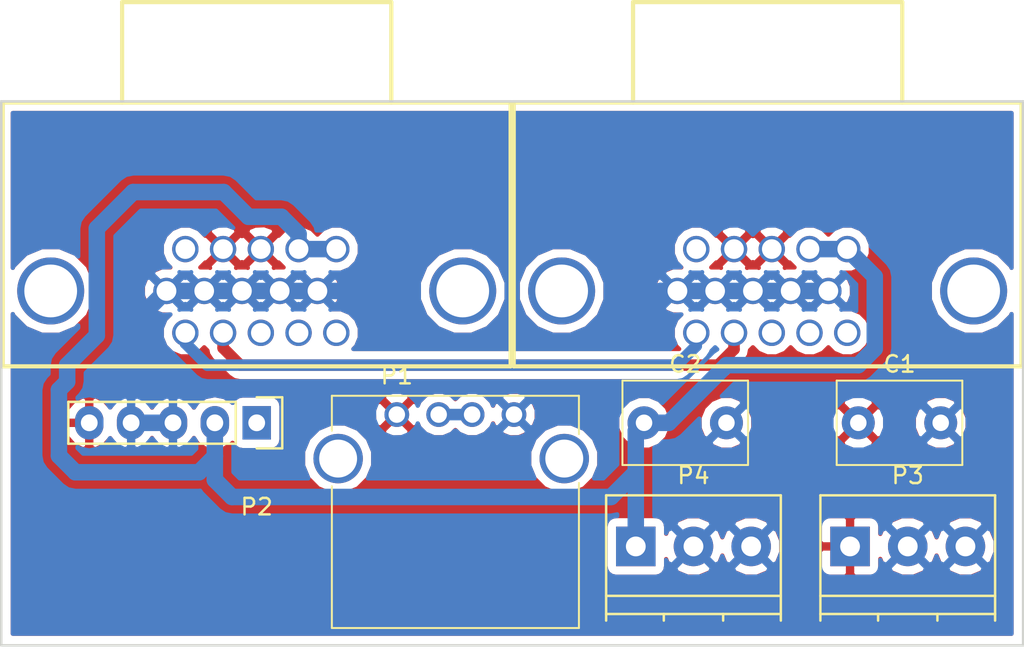
<source format=kicad_pcb>
(kicad_pcb (version 4) (host pcbnew 4.0.5)

  (general
    (links 37)
    (no_connects 3)
    (area 134.267899 110.146999 196.732101 150.575)
    (thickness 1.6)
    (drawings 4)
    (tracks 59)
    (zones 0)
    (modules 8)
    (nets 19)
  )

  (page A4)
  (layers
    (0 F.Cu signal)
    (31 B.Cu signal)
    (32 B.Adhes user)
    (33 F.Adhes user)
    (34 B.Paste user)
    (35 F.Paste user)
    (36 B.SilkS user)
    (37 F.SilkS user)
    (38 B.Mask user)
    (39 F.Mask user)
    (40 Dwgs.User user)
    (41 Cmts.User user)
    (42 Eco1.User user)
    (43 Eco2.User user)
    (44 Edge.Cuts user)
    (45 Margin user)
    (46 B.CrtYd user)
    (47 F.CrtYd user)
    (48 B.Fab user)
    (49 F.Fab user)
  )

  (setup
    (last_trace_width 0.7)
    (trace_clearance 0.2)
    (zone_clearance 0.5)
    (zone_45_only no)
    (trace_min 0.2)
    (segment_width 0.2)
    (edge_width 0.15)
    (via_size 0.6)
    (via_drill 0.4)
    (via_min_size 0.4)
    (via_min_drill 0.3)
    (uvia_size 0.3)
    (uvia_drill 0.1)
    (uvias_allowed no)
    (uvia_min_size 0.2)
    (uvia_min_drill 0.1)
    (pcb_text_width 0.3)
    (pcb_text_size 1.5 1.5)
    (mod_edge_width 0.15)
    (mod_text_size 1 1)
    (mod_text_width 0.15)
    (pad_size 1.524 1.524)
    (pad_drill 0.762)
    (pad_to_mask_clearance 0.2)
    (aux_axis_origin 0 0)
    (visible_elements FFFFFF7F)
    (pcbplotparams
      (layerselection 0x00030_80000001)
      (usegerberextensions false)
      (excludeedgelayer true)
      (linewidth 0.100000)
      (plotframeref false)
      (viasonmask false)
      (mode 1)
      (useauxorigin false)
      (hpglpennumber 1)
      (hpglpenspeed 20)
      (hpglpendiameter 15)
      (hpglpenoverlay 2)
      (psnegative false)
      (psa4output false)
      (plotreference true)
      (plotvalue true)
      (plotinvisibletext false)
      (padsonsilk false)
      (subtractmaskfromsilk false)
      (outputformat 1)
      (mirror false)
      (drillshape 1)
      (scaleselection 1)
      (outputdirectory ""))
  )

  (net 0 "")
  (net 1 +5V)
  (net 2 GND)
  (net 3 +12V)
  (net 4 "Net-(J1-Pad0)")
  (net 5 "Net-(J1-Pad11)")
  (net 6 "Net-(J1-Pad5)")
  (net 7 "Net-(J1-Pad4)")
  (net 8 "Net-(J1-Pad3)")
  (net 9 /CANL)
  (net 10 /CANH)
  (net 11 "Net-(J2-Pad0)")
  (net 12 "Net-(J2-Pad11)")
  (net 13 "Net-(J2-Pad5)")
  (net 14 "Net-(J2-Pad4)")
  (net 15 "Net-(J2-Pad3)")
  (net 16 "Net-(P1-Pad2)")
  (net 17 "Net-(P1-Pad5)")
  (net 18 "Net-(P2-Pad1)")

  (net_class Default "This is the default net class."
    (clearance 0.2)
    (trace_width 0.7)
    (via_dia 0.6)
    (via_drill 0.4)
    (uvia_dia 0.3)
    (uvia_drill 0.1)
    (add_net /CANH)
    (add_net /CANL)
    (add_net "Net-(J1-Pad0)")
    (add_net "Net-(J1-Pad11)")
    (add_net "Net-(J1-Pad3)")
    (add_net "Net-(J1-Pad4)")
    (add_net "Net-(J1-Pad5)")
    (add_net "Net-(J2-Pad0)")
    (add_net "Net-(J2-Pad11)")
    (add_net "Net-(J2-Pad3)")
    (add_net "Net-(J2-Pad4)")
    (add_net "Net-(J2-Pad5)")
    (add_net "Net-(P1-Pad2)")
    (add_net "Net-(P1-Pad5)")
    (add_net "Net-(P2-Pad1)")
  )

  (net_class Power ""
    (clearance 0.2)
    (trace_width 1)
    (via_dia 0.6)
    (via_drill 0.4)
    (uvia_dia 0.3)
    (uvia_drill 0.1)
    (add_net +12V)
    (add_net +5V)
    (add_net GND)
  )

  (module conn-db15-SPC15430:conn_SPC15430 (layer F.Cu) (tedit 0) (tstamp 588FC485)
    (at 150 128)
    (path /588FAB5E)
    (fp_text reference J1 (at -8.6487 -6.9088) (layer F.SilkS) hide
      (effects (font (size 0.59944 0.59944) (thickness 0.0508)))
    )
    (fp_text value DB15_HighDensity_MountingHoles (at 6.858 -6.7945) (layer F.SilkS) hide
      (effects (font (size 0.59944 0.59944) (thickness 0.0508)))
    )
    (fp_line (start -8.1661 -17.526) (end -8.1661 -11.43) (layer F.SilkS) (width 0.254))
    (fp_line (start -8.1661 -17.526) (end 8.1661 -17.526) (layer F.SilkS) (width 0.254))
    (fp_line (start 8.1661 -17.526) (end 8.1661 -11.43) (layer F.SilkS) (width 0.254))
    (fp_line (start -15.4051 -11.43) (end 15.4051 -11.43) (layer F.SilkS) (width 0.254))
    (fp_line (start 15.4051 -11.43) (end 15.4051 4.572) (layer F.SilkS) (width 0.254))
    (fp_line (start 15.4051 4.572) (end -15.4051 4.572) (layer F.SilkS) (width 0.254))
    (fp_line (start -15.4051 -11.43) (end -15.4051 4.572) (layer F.SilkS) (width 0.254))
    (pad 0 thru_hole circle (at -12.49934 0) (size 4.064 4.064) (drill 3.2004) (layers *.Cu *.Mask)
      (net 4 "Net-(J1-Pad0)"))
    (pad 0 thru_hole circle (at 12.49934 0) (size 4.064 4.064) (drill 3.2004) (layers *.Cu *.Mask)
      (net 4 "Net-(J1-Pad0)"))
    (pad 15 thru_hole circle (at 4.83 -2.54) (size 1.6002 1.6002) (drill 1.19126) (layers *.Cu *.Mask)
      (net 3 +12V))
    (pad 10 thru_hole circle (at 3.685 0) (size 1.6002 1.6002) (drill 1.19126) (layers *.Cu *.Mask)
      (net 2 GND))
    (pad 14 thru_hole circle (at 2.54 -2.54) (size 1.6002 1.6002) (drill 1.19126) (layers *.Cu *.Mask)
      (net 3 +12V))
    (pad 13 thru_hole circle (at 0.25 -2.54) (size 1.6002 1.6002) (drill 1.19126) (layers *.Cu *.Mask)
      (net 1 +5V))
    (pad 12 thru_hole circle (at -2.04 -2.54) (size 1.6002 1.6002) (drill 1.19126) (layers *.Cu *.Mask)
      (net 1 +5V))
    (pad 11 thru_hole circle (at -4.33 -2.54) (size 1.6002 1.6002) (drill 1.19126) (layers *.Cu *.Mask)
      (net 5 "Net-(J1-Pad11)"))
    (pad 9 thru_hole circle (at 1.395 0) (size 1.6002 1.6002) (drill 1.19126) (layers *.Cu *.Mask)
      (net 2 GND))
    (pad 8 thru_hole circle (at -0.895 0) (size 1.6002 1.6002) (drill 1.19126) (layers *.Cu *.Mask)
      (net 2 GND))
    (pad 7 thru_hole circle (at -3.185 0) (size 1.6002 1.6002) (drill 1.19126) (layers *.Cu *.Mask)
      (net 2 GND))
    (pad 6 thru_hole circle (at -5.475 0) (size 1.6002 1.6002) (drill 1.2) (layers *.Cu *.Mask)
      (net 2 GND))
    (pad 5 thru_hole circle (at 4.83 2.54) (size 1.6002 1.6002) (drill 1.19126) (layers *.Cu *.Mask)
      (net 6 "Net-(J1-Pad5)"))
    (pad 4 thru_hole circle (at 2.54 2.54) (size 1.6002 1.6002) (drill 1.19126) (layers *.Cu *.Mask)
      (net 7 "Net-(J1-Pad4)"))
    (pad 3 thru_hole circle (at 0.25 2.54) (size 1.6002 1.6002) (drill 1.19126) (layers *.Cu *.Mask)
      (net 8 "Net-(J1-Pad3)"))
    (pad 2 thru_hole circle (at -2.04 2.54) (size 1.6002 1.6002) (drill 1.19126) (layers *.Cu *.Mask)
      (net 9 /CANL))
    (pad 1 thru_hole circle (at -4.33 2.54) (size 1.6002 1.6002) (drill 1.19126) (layers *.Cu *.Mask)
      (net 10 /CANH))
    (model conn_spc15430.wrl
      (at (xyz 0 0 0))
      (scale (xyz 1 1 1))
      (rotate (xyz 0 0 0))
    )
  )

  (module conn-db15-SPC15430:conn_SPC15430 (layer F.Cu) (tedit 0) (tstamp 588FC49A)
    (at 181 128)
    (path /588FAB9D)
    (fp_text reference J2 (at -8.6487 -6.9088) (layer F.SilkS) hide
      (effects (font (size 0.59944 0.59944) (thickness 0.0508)))
    )
    (fp_text value DB15_HighDensity_MountingHoles (at 6.858 -6.7945) (layer F.SilkS) hide
      (effects (font (size 0.59944 0.59944) (thickness 0.0508)))
    )
    (fp_line (start -8.1661 -17.526) (end -8.1661 -11.43) (layer F.SilkS) (width 0.254))
    (fp_line (start -8.1661 -17.526) (end 8.1661 -17.526) (layer F.SilkS) (width 0.254))
    (fp_line (start 8.1661 -17.526) (end 8.1661 -11.43) (layer F.SilkS) (width 0.254))
    (fp_line (start -15.4051 -11.43) (end 15.4051 -11.43) (layer F.SilkS) (width 0.254))
    (fp_line (start 15.4051 -11.43) (end 15.4051 4.572) (layer F.SilkS) (width 0.254))
    (fp_line (start 15.4051 4.572) (end -15.4051 4.572) (layer F.SilkS) (width 0.254))
    (fp_line (start -15.4051 -11.43) (end -15.4051 4.572) (layer F.SilkS) (width 0.254))
    (pad 0 thru_hole circle (at -12.49934 0) (size 4.064 4.064) (drill 3.2004) (layers *.Cu *.Mask)
      (net 11 "Net-(J2-Pad0)"))
    (pad 0 thru_hole circle (at 12.49934 0) (size 4.064 4.064) (drill 3.2004) (layers *.Cu *.Mask)
      (net 11 "Net-(J2-Pad0)"))
    (pad 15 thru_hole circle (at 4.83 -2.54) (size 1.6002 1.6002) (drill 1.19126) (layers *.Cu *.Mask)
      (net 3 +12V))
    (pad 10 thru_hole circle (at 3.685 0) (size 1.6002 1.6002) (drill 1.19126) (layers *.Cu *.Mask)
      (net 2 GND))
    (pad 14 thru_hole circle (at 2.54 -2.54) (size 1.6002 1.6002) (drill 1.19126) (layers *.Cu *.Mask)
      (net 3 +12V))
    (pad 13 thru_hole circle (at 0.25 -2.54) (size 1.6002 1.6002) (drill 1.19126) (layers *.Cu *.Mask)
      (net 1 +5V))
    (pad 12 thru_hole circle (at -2.04 -2.54) (size 1.6002 1.6002) (drill 1.19126) (layers *.Cu *.Mask)
      (net 1 +5V))
    (pad 11 thru_hole circle (at -4.33 -2.54) (size 1.6002 1.6002) (drill 1.19126) (layers *.Cu *.Mask)
      (net 12 "Net-(J2-Pad11)"))
    (pad 9 thru_hole circle (at 1.395 0) (size 1.6002 1.6002) (drill 1.19126) (layers *.Cu *.Mask)
      (net 2 GND))
    (pad 8 thru_hole circle (at -0.895 0) (size 1.6002 1.6002) (drill 1.19126) (layers *.Cu *.Mask)
      (net 2 GND))
    (pad 7 thru_hole circle (at -3.185 0) (size 1.6002 1.6002) (drill 1.19126) (layers *.Cu *.Mask)
      (net 2 GND))
    (pad 6 thru_hole circle (at -5.475 0) (size 1.6002 1.6002) (drill 1.2) (layers *.Cu *.Mask)
      (net 2 GND))
    (pad 5 thru_hole circle (at 4.83 2.54) (size 1.6002 1.6002) (drill 1.19126) (layers *.Cu *.Mask)
      (net 13 "Net-(J2-Pad5)"))
    (pad 4 thru_hole circle (at 2.54 2.54) (size 1.6002 1.6002) (drill 1.19126) (layers *.Cu *.Mask)
      (net 14 "Net-(J2-Pad4)"))
    (pad 3 thru_hole circle (at 0.25 2.54) (size 1.6002 1.6002) (drill 1.19126) (layers *.Cu *.Mask)
      (net 15 "Net-(J2-Pad3)"))
    (pad 2 thru_hole circle (at -2.04 2.54) (size 1.6002 1.6002) (drill 1.19126) (layers *.Cu *.Mask)
      (net 9 /CANL))
    (pad 1 thru_hole circle (at -4.33 2.54) (size 1.6002 1.6002) (drill 1.19126) (layers *.Cu *.Mask)
      (net 10 /CANH))
    (model conn_spc15430.wrl
      (at (xyz 0 0 0))
      (scale (xyz 1 1 1))
      (rotate (xyz 0 0 0))
    )
  )

  (module Connectors:USB_A (layer F.Cu) (tedit 5543E289) (tstamp 588FC4A4)
    (at 158.5 135.5)
    (descr "USB A connector")
    (tags "USB USB_A")
    (path /588FAC6C)
    (fp_text reference P1 (at 0 -2.35) (layer F.SilkS)
      (effects (font (size 1 1) (thickness 0.15)))
    )
    (fp_text value USB_A (at 3.84 7.44) (layer F.Fab)
      (effects (font (size 1 1) (thickness 0.15)))
    )
    (fp_line (start -5.3 13.2) (end -5.3 -1.4) (layer F.CrtYd) (width 0.05))
    (fp_line (start 11.95 -1.4) (end 11.95 13.2) (layer F.CrtYd) (width 0.05))
    (fp_line (start -5.3 13.2) (end 11.95 13.2) (layer F.CrtYd) (width 0.05))
    (fp_line (start -5.3 -1.4) (end 11.95 -1.4) (layer F.CrtYd) (width 0.05))
    (fp_line (start 11.05 -1.14) (end 11.05 1.19) (layer F.SilkS) (width 0.12))
    (fp_line (start -3.94 -1.14) (end -3.94 0.98) (layer F.SilkS) (width 0.12))
    (fp_line (start 11.05 -1.14) (end -3.94 -1.14) (layer F.SilkS) (width 0.12))
    (fp_line (start 11.05 12.95) (end -3.94 12.95) (layer F.SilkS) (width 0.12))
    (fp_line (start 11.05 4.15) (end 11.05 12.95) (layer F.SilkS) (width 0.12))
    (fp_line (start -3.94 4.35) (end -3.94 12.95) (layer F.SilkS) (width 0.12))
    (pad 4 thru_hole circle (at 7.11 0 270) (size 1.5 1.5) (drill 1) (layers *.Cu *.Mask)
      (net 2 GND))
    (pad 3 thru_hole circle (at 4.57 0 270) (size 1.5 1.5) (drill 1) (layers *.Cu *.Mask)
      (net 16 "Net-(P1-Pad2)"))
    (pad 2 thru_hole circle (at 2.54 0 270) (size 1.5 1.5) (drill 1) (layers *.Cu *.Mask)
      (net 16 "Net-(P1-Pad2)"))
    (pad 1 thru_hole circle (at 0 0 270) (size 1.5 1.5) (drill 1) (layers *.Cu *.Mask)
      (net 1 +5V))
    (pad 5 thru_hole circle (at 10.16 2.67 270) (size 3 3) (drill 2.3) (layers *.Cu *.Mask)
      (net 17 "Net-(P1-Pad5)"))
    (pad 5 thru_hole circle (at -3.56 2.67 270) (size 3 3) (drill 2.3) (layers *.Cu *.Mask)
      (net 17 "Net-(P1-Pad5)"))
    (model Connectors.3dshapes/USB_A.wrl
      (at (xyz 0.14 0 0))
      (scale (xyz 1 1 1))
      (rotate (xyz 0 0 90))
    )
  )

  (module Connectors_Terminal_Blocks:TerminalBlock_Pheonix_PT-3.5mm_3pol (layer F.Cu) (tedit 56301605) (tstamp 588FC4B4)
    (at 186 143.5)
    (descr "3-way 3.5mm pitch terminal block, Phoenix PT series")
    (path /588FACAC)
    (fp_text reference P3 (at 3.5 -4.3) (layer F.SilkS)
      (effects (font (size 1 1) (thickness 0.15)))
    )
    (fp_text value CONN_01X03 (at 3.5 6) (layer F.Fab)
      (effects (font (size 1 1) (thickness 0.15)))
    )
    (fp_line (start -2 -3.3) (end 9 -3.3) (layer F.CrtYd) (width 0.05))
    (fp_line (start -2 4.7) (end -2 -3.3) (layer F.CrtYd) (width 0.05))
    (fp_line (start 9 4.7) (end -2 4.7) (layer F.CrtYd) (width 0.05))
    (fp_line (start 9 -3.3) (end 9 4.7) (layer F.CrtYd) (width 0.05))
    (fp_line (start 1.7 4.1) (end 1.7 4.5) (layer F.SilkS) (width 0.15))
    (fp_line (start 5.3 4.1) (end 5.3 4.5) (layer F.SilkS) (width 0.15))
    (fp_line (start -1.8 3) (end 8.8 3) (layer F.SilkS) (width 0.15))
    (fp_line (start -1.8 4.1) (end 8.8 4.1) (layer F.SilkS) (width 0.15))
    (fp_line (start -1.8 -3.1) (end -1.8 4.5) (layer F.SilkS) (width 0.15))
    (fp_line (start 8.8 4.5) (end 8.8 -3.1) (layer F.SilkS) (width 0.15))
    (fp_line (start 8.8 -3.1) (end -1.8 -3.1) (layer F.SilkS) (width 0.15))
    (pad 2 thru_hole circle (at 3.5 0) (size 2.4 2.4) (drill 1.2) (layers *.Cu *.Mask)
      (net 2 GND))
    (pad 3 thru_hole circle (at 7 0) (size 2.4 2.4) (drill 1.2) (layers *.Cu *.Mask)
      (net 2 GND))
    (pad 1 thru_hole rect (at 0 0) (size 2.4 2.4) (drill 1.2) (layers *.Cu *.Mask)
      (net 1 +5V))
    (model Terminal_Blocks.3dshapes/TerminalBlock_Pheonix_PT-3.5mm_3pol.wrl
      (at (xyz 0 0 0))
      (scale (xyz 1 1 1))
      (rotate (xyz 0 0 0))
    )
  )

  (module Connectors_Terminal_Blocks:TerminalBlock_Pheonix_PT-3.5mm_3pol (layer F.Cu) (tedit 56301605) (tstamp 588FC4BB)
    (at 173 143.5)
    (descr "3-way 3.5mm pitch terminal block, Phoenix PT series")
    (path /588FACEA)
    (fp_text reference P4 (at 3.5 -4.3) (layer F.SilkS)
      (effects (font (size 1 1) (thickness 0.15)))
    )
    (fp_text value CONN_01X03 (at 3.5 6) (layer F.Fab)
      (effects (font (size 1 1) (thickness 0.15)))
    )
    (fp_line (start -2 -3.3) (end 9 -3.3) (layer F.CrtYd) (width 0.05))
    (fp_line (start -2 4.7) (end -2 -3.3) (layer F.CrtYd) (width 0.05))
    (fp_line (start 9 4.7) (end -2 4.7) (layer F.CrtYd) (width 0.05))
    (fp_line (start 9 -3.3) (end 9 4.7) (layer F.CrtYd) (width 0.05))
    (fp_line (start 1.7 4.1) (end 1.7 4.5) (layer F.SilkS) (width 0.15))
    (fp_line (start 5.3 4.1) (end 5.3 4.5) (layer F.SilkS) (width 0.15))
    (fp_line (start -1.8 3) (end 8.8 3) (layer F.SilkS) (width 0.15))
    (fp_line (start -1.8 4.1) (end 8.8 4.1) (layer F.SilkS) (width 0.15))
    (fp_line (start -1.8 -3.1) (end -1.8 4.5) (layer F.SilkS) (width 0.15))
    (fp_line (start 8.8 4.5) (end 8.8 -3.1) (layer F.SilkS) (width 0.15))
    (fp_line (start 8.8 -3.1) (end -1.8 -3.1) (layer F.SilkS) (width 0.15))
    (pad 2 thru_hole circle (at 3.5 0) (size 2.4 2.4) (drill 1.2) (layers *.Cu *.Mask)
      (net 2 GND))
    (pad 3 thru_hole circle (at 7 0) (size 2.4 2.4) (drill 1.2) (layers *.Cu *.Mask)
      (net 2 GND))
    (pad 1 thru_hole rect (at 0 0) (size 2.4 2.4) (drill 1.2) (layers *.Cu *.Mask)
      (net 3 +12V))
    (model Terminal_Blocks.3dshapes/TerminalBlock_Pheonix_PT-3.5mm_3pol.wrl
      (at (xyz 0 0 0))
      (scale (xyz 1 1 1))
      (rotate (xyz 0 0 0))
    )
  )

  (module Socket_Strips:Socket_Strip_Straight_1x05 (layer F.Cu) (tedit 0) (tstamp 588FC6A9)
    (at 150 136 180)
    (descr "Through hole socket strip")
    (tags "socket strip")
    (path /588FBCCF)
    (fp_text reference P2 (at 0 -5.1 180) (layer F.SilkS)
      (effects (font (size 1 1) (thickness 0.15)))
    )
    (fp_text value CONN_01X05 (at 0 -3.1 180) (layer F.Fab)
      (effects (font (size 1 1) (thickness 0.15)))
    )
    (fp_line (start -1.75 -1.75) (end -1.75 1.75) (layer F.CrtYd) (width 0.05))
    (fp_line (start 11.95 -1.75) (end 11.95 1.75) (layer F.CrtYd) (width 0.05))
    (fp_line (start -1.75 -1.75) (end 11.95 -1.75) (layer F.CrtYd) (width 0.05))
    (fp_line (start -1.75 1.75) (end 11.95 1.75) (layer F.CrtYd) (width 0.05))
    (fp_line (start 1.27 1.27) (end 11.43 1.27) (layer F.SilkS) (width 0.15))
    (fp_line (start 11.43 1.27) (end 11.43 -1.27) (layer F.SilkS) (width 0.15))
    (fp_line (start 11.43 -1.27) (end 1.27 -1.27) (layer F.SilkS) (width 0.15))
    (fp_line (start -1.55 1.55) (end 0 1.55) (layer F.SilkS) (width 0.15))
    (fp_line (start 1.27 1.27) (end 1.27 -1.27) (layer F.SilkS) (width 0.15))
    (fp_line (start 0 -1.55) (end -1.55 -1.55) (layer F.SilkS) (width 0.15))
    (fp_line (start -1.55 -1.55) (end -1.55 1.55) (layer F.SilkS) (width 0.15))
    (pad 1 thru_hole rect (at 0 0 180) (size 1.7272 2.032) (drill 1.016) (layers *.Cu *.Mask)
      (net 18 "Net-(P2-Pad1)"))
    (pad 2 thru_hole oval (at 2.54 0 180) (size 1.7272 2.032) (drill 1.016) (layers *.Cu *.Mask)
      (net 3 +12V))
    (pad 3 thru_hole oval (at 5.08 0 180) (size 1.7272 2.032) (drill 1.016) (layers *.Cu *.Mask)
      (net 2 GND))
    (pad 4 thru_hole oval (at 7.62 0 180) (size 1.7272 2.032) (drill 1.016) (layers *.Cu *.Mask)
      (net 2 GND))
    (pad 5 thru_hole oval (at 10.16 0 180) (size 1.7272 2.032) (drill 1.016) (layers *.Cu *.Mask)
      (net 1 +5V))
    (model Socket_Strips.3dshapes/Socket_Strip_Straight_1x05.wrl
      (at (xyz 0.2 0 0))
      (scale (xyz 1 1 1))
      (rotate (xyz 0 0 180))
    )
  )

  (module Capacitors_THT:C_Disc_D7.5mm_W5.0mm_P5.00mm (layer F.Cu) (tedit 58765D06) (tstamp 588FCAF4)
    (at 186.5 136)
    (descr "C, Disc series, Radial, pin pitch=5.00mm, , diameter*width=7.5*5.0mm^2, Capacitor, http://www.vishay.com/docs/28535/vy2series.pdf")
    (tags "C Disc series Radial pin pitch 5.00mm  diameter 7.5mm width 5.0mm Capacitor")
    (path /588FAF40)
    (fp_text reference C1 (at 2.5 -3.56) (layer F.SilkS)
      (effects (font (size 1 1) (thickness 0.15)))
    )
    (fp_text value C (at 2.5 3.56) (layer F.Fab)
      (effects (font (size 1 1) (thickness 0.15)))
    )
    (fp_line (start -1.25 -2.5) (end -1.25 2.5) (layer F.Fab) (width 0.1))
    (fp_line (start -1.25 2.5) (end 6.25 2.5) (layer F.Fab) (width 0.1))
    (fp_line (start 6.25 2.5) (end 6.25 -2.5) (layer F.Fab) (width 0.1))
    (fp_line (start 6.25 -2.5) (end -1.25 -2.5) (layer F.Fab) (width 0.1))
    (fp_line (start -1.31 -2.56) (end 6.31 -2.56) (layer F.SilkS) (width 0.12))
    (fp_line (start -1.31 2.56) (end 6.31 2.56) (layer F.SilkS) (width 0.12))
    (fp_line (start -1.31 -2.56) (end -1.31 2.56) (layer F.SilkS) (width 0.12))
    (fp_line (start 6.31 -2.56) (end 6.31 2.56) (layer F.SilkS) (width 0.12))
    (fp_line (start -1.6 -2.85) (end -1.6 2.85) (layer F.CrtYd) (width 0.05))
    (fp_line (start -1.6 2.85) (end 6.6 2.85) (layer F.CrtYd) (width 0.05))
    (fp_line (start 6.6 2.85) (end 6.6 -2.85) (layer F.CrtYd) (width 0.05))
    (fp_line (start 6.6 -2.85) (end -1.6 -2.85) (layer F.CrtYd) (width 0.05))
    (pad 1 thru_hole circle (at 0 0) (size 2 2) (drill 1) (layers *.Cu *.Mask)
      (net 1 +5V))
    (pad 2 thru_hole circle (at 5 0) (size 2 2) (drill 1) (layers *.Cu *.Mask)
      (net 2 GND))
    (model Capacitors_ThroughHole.3dshapes/C_Disc_D7.5mm_W5.0mm_P5.00mm.wrl
      (at (xyz 0 0 0))
      (scale (xyz 0.393701 0.393701 0.393701))
      (rotate (xyz 0 0 0))
    )
  )

  (module Capacitors_THT:C_Disc_D7.5mm_W5.0mm_P5.00mm (layer F.Cu) (tedit 58765D06) (tstamp 588FCAF9)
    (at 173.5 136)
    (descr "C, Disc series, Radial, pin pitch=5.00mm, , diameter*width=7.5*5.0mm^2, Capacitor, http://www.vishay.com/docs/28535/vy2series.pdf")
    (tags "C Disc series Radial pin pitch 5.00mm  diameter 7.5mm width 5.0mm Capacitor")
    (path /588FB118)
    (fp_text reference C2 (at 2.5 -3.56) (layer F.SilkS)
      (effects (font (size 1 1) (thickness 0.15)))
    )
    (fp_text value C (at 2.5 3.56) (layer F.Fab)
      (effects (font (size 1 1) (thickness 0.15)))
    )
    (fp_line (start -1.25 -2.5) (end -1.25 2.5) (layer F.Fab) (width 0.1))
    (fp_line (start -1.25 2.5) (end 6.25 2.5) (layer F.Fab) (width 0.1))
    (fp_line (start 6.25 2.5) (end 6.25 -2.5) (layer F.Fab) (width 0.1))
    (fp_line (start 6.25 -2.5) (end -1.25 -2.5) (layer F.Fab) (width 0.1))
    (fp_line (start -1.31 -2.56) (end 6.31 -2.56) (layer F.SilkS) (width 0.12))
    (fp_line (start -1.31 2.56) (end 6.31 2.56) (layer F.SilkS) (width 0.12))
    (fp_line (start -1.31 -2.56) (end -1.31 2.56) (layer F.SilkS) (width 0.12))
    (fp_line (start 6.31 -2.56) (end 6.31 2.56) (layer F.SilkS) (width 0.12))
    (fp_line (start -1.6 -2.85) (end -1.6 2.85) (layer F.CrtYd) (width 0.05))
    (fp_line (start -1.6 2.85) (end 6.6 2.85) (layer F.CrtYd) (width 0.05))
    (fp_line (start 6.6 2.85) (end 6.6 -2.85) (layer F.CrtYd) (width 0.05))
    (fp_line (start 6.6 -2.85) (end -1.6 -2.85) (layer F.CrtYd) (width 0.05))
    (pad 1 thru_hole circle (at 0 0) (size 2 2) (drill 1) (layers *.Cu *.Mask)
      (net 3 +12V))
    (pad 2 thru_hole circle (at 5 0) (size 2 2) (drill 1) (layers *.Cu *.Mask)
      (net 2 GND))
    (model Capacitors_ThroughHole.3dshapes/C_Disc_D7.5mm_W5.0mm_P5.00mm.wrl
      (at (xyz 0 0 0))
      (scale (xyz 0.393701 0.393701 0.393701))
      (rotate (xyz 0 0 0))
    )
  )

  (gr_line (start 134.5 149.5) (end 134.5 116.5) (angle 90) (layer Edge.Cuts) (width 0.15))
  (gr_line (start 196.5 149.5) (end 134.5 149.5) (angle 90) (layer Edge.Cuts) (width 0.15))
  (gr_line (start 196.5 116.5) (end 196.5 149.5) (angle 90) (layer Edge.Cuts) (width 0.15))
  (gr_line (start 134.5 116.5) (end 196.5 116.5) (angle 90) (layer Edge.Cuts) (width 0.15))

  (segment (start 153.685 128) (end 155.5 128) (width 1) (layer B.Cu) (net 2) (status 400000))
  (segment (start 155.5 128) (end 156 128.5) (width 1) (layer B.Cu) (net 2) (tstamp 58977C81))
  (segment (start 144.525 128) (end 144.5 128) (width 1) (layer B.Cu) (net 2) (status C00000))
  (segment (start 144.5 128) (end 143 129.5) (width 1) (layer B.Cu) (net 2) (tstamp 58977C7C) (status 400000))
  (segment (start 144.525 128) (end 146.815 128) (width 1) (layer B.Cu) (net 2) (status C00000))
  (segment (start 146.815 128) (end 149.105 128) (width 1) (layer B.Cu) (net 2) (tstamp 58977C77) (status C00000))
  (segment (start 149.105 128) (end 151.395 128) (width 1) (layer B.Cu) (net 2) (tstamp 58977C78) (status C00000))
  (segment (start 151.395 128) (end 153.685 128) (width 1) (layer B.Cu) (net 2) (tstamp 58977C79) (status C00000))
  (segment (start 175.525 128) (end 174.5 128) (width 1) (layer B.Cu) (net 2) (status 400000))
  (segment (start 174.5 128) (end 173.5 129) (width 1) (layer B.Cu) (net 2) (tstamp 58977C6E))
  (segment (start 184.685 128) (end 182.395 128) (width 1) (layer B.Cu) (net 2) (status C00000))
  (segment (start 182.395 128) (end 180.105 128) (width 1) (layer B.Cu) (net 2) (tstamp 58977C62) (status C00000))
  (segment (start 180.105 128) (end 177.815 128) (width 1) (layer B.Cu) (net 2) (tstamp 58977C63) (status C00000))
  (segment (start 177.815 128) (end 175.525 128) (width 1) (layer B.Cu) (net 2) (tstamp 58977C64) (status C00000))
  (segment (start 142.38 136) (end 144.92 136) (width 1) (layer B.Cu) (net 2) (status 30))
  (segment (start 147.46 138) (end 147.46 139.46) (width 1) (layer B.Cu) (net 3))
  (segment (start 171.5 140.5) (end 173 139) (width 1) (layer B.Cu) (net 3) (tstamp 58977AE5))
  (segment (start 148.5 140.5) (end 171.5 140.5) (width 1) (layer B.Cu) (net 3) (tstamp 58977AE4))
  (segment (start 147.46 139.46) (end 148.5 140.5) (width 1) (layer B.Cu) (net 3) (tstamp 58977AE3))
  (segment (start 173.5 136) (end 175 136) (width 1) (layer B.Cu) (net 3) (status 10))
  (segment (start 187.5 127.13) (end 185.83 125.46) (width 1) (layer B.Cu) (net 3) (tstamp 58977AE0) (status 20))
  (segment (start 187.5 131.5) (end 187.5 127.13) (width 1) (layer B.Cu) (net 3) (tstamp 58977ADF))
  (segment (start 186.5 132.5) (end 187.5 131.5) (width 1) (layer B.Cu) (net 3) (tstamp 58977ADE))
  (segment (start 178.5 132.5) (end 186.5 132.5) (width 1) (layer B.Cu) (net 3) (tstamp 58977ADD))
  (segment (start 175 136) (end 178.5 132.5) (width 1) (layer B.Cu) (net 3) (tstamp 58977ADC))
  (segment (start 173 143.5) (end 173 139) (width 1) (layer B.Cu) (net 3) (status 10))
  (segment (start 173 139) (end 173 136.5) (width 1) (layer B.Cu) (net 3) (tstamp 58977AE8) (status 20))
  (segment (start 173 136.5) (end 173.5 136) (width 1) (layer B.Cu) (net 3) (tstamp 58977AD9) (status 30))
  (segment (start 138 134) (end 138 138) (width 1) (layer B.Cu) (net 3))
  (segment (start 138 138) (end 139 139) (width 1) (layer B.Cu) (net 3) (tstamp 588FCD49))
  (segment (start 138 134) (end 138.5 133.5) (width 1) (layer B.Cu) (net 3) (tstamp 588FCCE7))
  (segment (start 138.5 133.5) (end 138.5 132.5) (width 1) (layer B.Cu) (net 3) (tstamp 588FCCE8))
  (segment (start 138.5 132.5) (end 140.299998 130.700002) (width 1) (layer B.Cu) (net 3) (tstamp 588FCCEB))
  (segment (start 140.299998 130.700002) (end 140.299998 124.200002) (width 1) (layer B.Cu) (net 3) (tstamp 588FCCED))
  (segment (start 140.299998 124.200002) (end 142.5 122) (width 1) (layer B.Cu) (net 3) (tstamp 588FCCEF))
  (segment (start 142.5 122) (end 148 122) (width 1) (layer B.Cu) (net 3) (tstamp 588FCCF4))
  (segment (start 148 122) (end 149.5 123.5) (width 1) (layer B.Cu) (net 3) (tstamp 588FCCF9))
  (segment (start 149.5 123.5) (end 151.5 123.5) (width 1) (layer B.Cu) (net 3) (tstamp 588FCCFC))
  (segment (start 151.5 123.5) (end 152.54 124.54) (width 1) (layer B.Cu) (net 3) (tstamp 588FCCFD))
  (segment (start 152.54 125.46) (end 152.54 124.54) (width 1) (layer B.Cu) (net 3) (tstamp 588FCCFF) (status 10))
  (segment (start 147.46 138.04) (end 147.46 138) (width 1) (layer B.Cu) (net 3) (tstamp 588FCD51))
  (segment (start 139 139) (end 146.5 139) (width 1) (layer B.Cu) (net 3) (tstamp 588FCD4A))
  (segment (start 146.5 139) (end 147.46 138.04) (width 1) (layer B.Cu) (net 3) (tstamp 588FCD4C))
  (segment (start 147.46 138) (end 147.46 136) (width 1) (layer B.Cu) (net 3) (tstamp 588FCDD4) (status 20))
  (segment (start 152.54 125.46) (end 154.83 125.46) (width 1) (layer B.Cu) (net 3) (status 30))
  (segment (start 185.83 125.46) (end 185.96 125.46) (width 1) (layer B.Cu) (net 3) (status 30))
  (segment (start 185.83 125.46) (end 183.54 125.46) (width 1) (layer B.Cu) (net 3) (status 30))
  (segment (start 147.96 130.54) (end 147.96 131.46) (width 0.7) (layer F.Cu) (net 9) (status 400000))
  (segment (start 178.96 131.54) (end 178.96 130.54) (width 0.7) (layer F.Cu) (net 9) (tstamp 58977BFB) (status 800000))
  (segment (start 178 132.5) (end 178.96 131.54) (width 0.7) (layer F.Cu) (net 9) (tstamp 58977BFA))
  (segment (start 149 132.5) (end 178 132.5) (width 0.7) (layer F.Cu) (net 9) (tstamp 58977BF5))
  (segment (start 147.96 131.46) (end 149 132.5) (width 0.7) (layer F.Cu) (net 9) (tstamp 58977BF3))
  (segment (start 145.67 130.54) (end 145.67 131.17) (width 0.7) (layer B.Cu) (net 10) (status C00000))
  (segment (start 145.67 131.17) (end 147 132.5) (width 0.7) (layer B.Cu) (net 10) (tstamp 58977C02) (status 400000))
  (segment (start 175.5 132.5) (end 176.67 131.33) (width 0.7) (layer B.Cu) (net 10) (tstamp 58977C06) (status 800000))
  (segment (start 147 132.5) (end 175.5 132.5) (width 0.7) (layer B.Cu) (net 10) (tstamp 58977C03))
  (segment (start 176.67 131.33) (end 176.67 130.54) (width 0.7) (layer B.Cu) (net 10) (tstamp 58977C08) (status C00000))
  (segment (start 145.67 130.54) (end 145.67 130.67) (width 0.7) (layer B.Cu) (net 10) (status 30))
  (segment (start 161.04 135.5) (end 163.07 135.5) (width 0.7) (layer B.Cu) (net 16) (status 30))

  (zone (net 2) (net_name GND) (layer B.Cu) (tstamp 58977AF9) (hatch edge 0.508)
    (connect_pads (clearance 0.5))
    (min_thickness 0.254)
    (fill yes (arc_segments 16) (thermal_gap 0.508) (thermal_bridge_width 0.508))
    (polygon
      (pts
        (xy 196.5 149.5) (xy 134.5 149.5) (xy 134.5 116.5) (xy 196.5 116.5)
      )
    )
    (filled_polygon
      (pts
        (xy 195.798 126.600208) (xy 195.754845 126.495765) (xy 195.007509 125.747124) (xy 194.030568 125.341462) (xy 192.972753 125.340539)
        (xy 191.995105 125.744495) (xy 191.246464 126.491831) (xy 190.840802 127.468772) (xy 190.839879 128.526587) (xy 191.243835 129.504235)
        (xy 191.991171 130.252876) (xy 192.968112 130.658538) (xy 194.025927 130.659461) (xy 195.003575 130.255505) (xy 195.752216 129.508169)
        (xy 195.798 129.397909) (xy 195.798 148.798) (xy 135.202 148.798) (xy 135.202 129.399792) (xy 135.245155 129.504235)
        (xy 135.992491 130.252876) (xy 136.969432 130.658538) (xy 138.027247 130.659461) (xy 139.004895 130.255505) (xy 139.172998 130.087695)
        (xy 139.172998 130.233183) (xy 137.703091 131.703091) (xy 137.458788 132.068716) (xy 137.373 132.5) (xy 137.373 133.033182)
        (xy 137.203091 133.203091) (xy 136.958788 133.568716) (xy 136.873 134) (xy 136.873 138) (xy 136.958788 138.431284)
        (xy 137.203091 138.796909) (xy 138.203091 139.79691) (xy 138.568716 140.041212) (xy 139 140.127) (xy 146.5 140.127)
        (xy 146.567339 140.113605) (xy 146.663091 140.256909) (xy 147.703091 141.296909) (xy 148.068716 141.541212) (xy 148.5 141.627)
        (xy 171.5 141.627) (xy 171.873 141.552805) (xy 171.873 141.660717) (xy 171.8 141.660717) (xy 171.567648 141.704437)
        (xy 171.354247 141.841757) (xy 171.211083 142.051283) (xy 171.160717 142.3) (xy 171.160717 144.7) (xy 171.204437 144.932352)
        (xy 171.341757 145.145753) (xy 171.551283 145.288917) (xy 171.8 145.339283) (xy 174.2 145.339283) (xy 174.432352 145.295563)
        (xy 174.645753 145.158243) (xy 174.788917 144.948717) (xy 174.819604 144.797175) (xy 175.38243 144.797175) (xy 175.505565 145.084788)
        (xy 176.187734 145.344707) (xy 176.917443 145.323786) (xy 177.494435 145.084788) (xy 177.61757 144.797175) (xy 178.88243 144.797175)
        (xy 179.005565 145.084788) (xy 179.687734 145.344707) (xy 180.417443 145.323786) (xy 180.994435 145.084788) (xy 181.11757 144.797175)
        (xy 180 143.679605) (xy 178.88243 144.797175) (xy 177.61757 144.797175) (xy 176.5 143.679605) (xy 175.38243 144.797175)
        (xy 174.819604 144.797175) (xy 174.839283 144.7) (xy 174.839283 144.311126) (xy 174.915212 144.494435) (xy 175.202825 144.61757)
        (xy 176.320395 143.5) (xy 176.679605 143.5) (xy 177.797175 144.61757) (xy 178.084788 144.494435) (xy 178.243104 144.078929)
        (xy 178.415212 144.494435) (xy 178.702825 144.61757) (xy 179.820395 143.5) (xy 180.179605 143.5) (xy 181.297175 144.61757)
        (xy 181.584788 144.494435) (xy 181.844707 143.812266) (xy 181.823786 143.082557) (xy 181.584788 142.505565) (xy 181.297175 142.38243)
        (xy 180.179605 143.5) (xy 179.820395 143.5) (xy 178.702825 142.38243) (xy 178.415212 142.505565) (xy 178.256896 142.921071)
        (xy 178.084788 142.505565) (xy 177.797175 142.38243) (xy 176.679605 143.5) (xy 176.320395 143.5) (xy 175.202825 142.38243)
        (xy 174.915212 142.505565) (xy 174.839283 142.704844) (xy 174.839283 142.3) (xy 174.820999 142.202825) (xy 175.38243 142.202825)
        (xy 176.5 143.320395) (xy 177.61757 142.202825) (xy 178.88243 142.202825) (xy 180 143.320395) (xy 181.020395 142.3)
        (xy 184.160717 142.3) (xy 184.160717 144.7) (xy 184.204437 144.932352) (xy 184.341757 145.145753) (xy 184.551283 145.288917)
        (xy 184.8 145.339283) (xy 187.2 145.339283) (xy 187.432352 145.295563) (xy 187.645753 145.158243) (xy 187.788917 144.948717)
        (xy 187.819604 144.797175) (xy 188.38243 144.797175) (xy 188.505565 145.084788) (xy 189.187734 145.344707) (xy 189.917443 145.323786)
        (xy 190.494435 145.084788) (xy 190.61757 144.797175) (xy 191.88243 144.797175) (xy 192.005565 145.084788) (xy 192.687734 145.344707)
        (xy 193.417443 145.323786) (xy 193.994435 145.084788) (xy 194.11757 144.797175) (xy 193 143.679605) (xy 191.88243 144.797175)
        (xy 190.61757 144.797175) (xy 189.5 143.679605) (xy 188.38243 144.797175) (xy 187.819604 144.797175) (xy 187.839283 144.7)
        (xy 187.839283 144.311126) (xy 187.915212 144.494435) (xy 188.202825 144.61757) (xy 189.320395 143.5) (xy 189.679605 143.5)
        (xy 190.797175 144.61757) (xy 191.084788 144.494435) (xy 191.243104 144.078929) (xy 191.415212 144.494435) (xy 191.702825 144.61757)
        (xy 192.820395 143.5) (xy 193.179605 143.5) (xy 194.297175 144.61757) (xy 194.584788 144.494435) (xy 194.844707 143.812266)
        (xy 194.823786 143.082557) (xy 194.584788 142.505565) (xy 194.297175 142.38243) (xy 193.179605 143.5) (xy 192.820395 143.5)
        (xy 191.702825 142.38243) (xy 191.415212 142.505565) (xy 191.256896 142.921071) (xy 191.084788 142.505565) (xy 190.797175 142.38243)
        (xy 189.679605 143.5) (xy 189.320395 143.5) (xy 188.202825 142.38243) (xy 187.915212 142.505565) (xy 187.839283 142.704844)
        (xy 187.839283 142.3) (xy 187.820999 142.202825) (xy 188.38243 142.202825) (xy 189.5 143.320395) (xy 190.61757 142.202825)
        (xy 191.88243 142.202825) (xy 193 143.320395) (xy 194.11757 142.202825) (xy 193.994435 141.915212) (xy 193.312266 141.655293)
        (xy 192.582557 141.676214) (xy 192.005565 141.915212) (xy 191.88243 142.202825) (xy 190.61757 142.202825) (xy 190.494435 141.915212)
        (xy 189.812266 141.655293) (xy 189.082557 141.676214) (xy 188.505565 141.915212) (xy 188.38243 142.202825) (xy 187.820999 142.202825)
        (xy 187.795563 142.067648) (xy 187.658243 141.854247) (xy 187.448717 141.711083) (xy 187.2 141.660717) (xy 184.8 141.660717)
        (xy 184.567648 141.704437) (xy 184.354247 141.841757) (xy 184.211083 142.051283) (xy 184.160717 142.3) (xy 181.020395 142.3)
        (xy 181.11757 142.202825) (xy 180.994435 141.915212) (xy 180.312266 141.655293) (xy 179.582557 141.676214) (xy 179.005565 141.915212)
        (xy 178.88243 142.202825) (xy 177.61757 142.202825) (xy 177.494435 141.915212) (xy 176.812266 141.655293) (xy 176.082557 141.676214)
        (xy 175.505565 141.915212) (xy 175.38243 142.202825) (xy 174.820999 142.202825) (xy 174.795563 142.067648) (xy 174.658243 141.854247)
        (xy 174.448717 141.711083) (xy 174.2 141.660717) (xy 174.127 141.660717) (xy 174.127 137.501346) (xy 174.420418 137.380108)
        (xy 174.648391 137.152532) (xy 177.527073 137.152532) (xy 177.625736 137.419387) (xy 178.235461 137.645908) (xy 178.88546 137.621856)
        (xy 179.374264 137.419387) (xy 179.472927 137.152532) (xy 178.5 136.179605) (xy 177.527073 137.152532) (xy 174.648391 137.152532)
        (xy 174.673968 137.127) (xy 175 137.127) (xy 175.431284 137.041212) (xy 175.796909 136.796909) (xy 176.854244 135.739574)
        (xy 176.878144 136.38546) (xy 177.080613 136.874264) (xy 177.347468 136.972927) (xy 178.320395 136) (xy 178.679605 136)
        (xy 179.652532 136.972927) (xy 179.919387 136.874264) (xy 180.124482 136.322211) (xy 184.872718 136.322211) (xy 185.119892 136.920418)
        (xy 185.577175 137.378499) (xy 186.17495 137.626717) (xy 186.822211 137.627282) (xy 187.420418 137.380108) (xy 187.648391 137.152532)
        (xy 190.527073 137.152532) (xy 190.625736 137.419387) (xy 191.235461 137.645908) (xy 191.88546 137.621856) (xy 192.374264 137.419387)
        (xy 192.472927 137.152532) (xy 191.5 136.179605) (xy 190.527073 137.152532) (xy 187.648391 137.152532) (xy 187.878499 136.922825)
        (xy 188.126717 136.32505) (xy 188.127231 135.735461) (xy 189.854092 135.735461) (xy 189.878144 136.38546) (xy 190.080613 136.874264)
        (xy 190.347468 136.972927) (xy 191.320395 136) (xy 191.679605 136) (xy 192.652532 136.972927) (xy 192.919387 136.874264)
        (xy 193.145908 136.264539) (xy 193.121856 135.61454) (xy 192.919387 135.125736) (xy 192.652532 135.027073) (xy 191.679605 136)
        (xy 191.320395 136) (xy 190.347468 135.027073) (xy 190.080613 135.125736) (xy 189.854092 135.735461) (xy 188.127231 135.735461)
        (xy 188.127282 135.677789) (xy 187.880108 135.079582) (xy 187.648399 134.847468) (xy 190.527073 134.847468) (xy 191.5 135.820395)
        (xy 192.472927 134.847468) (xy 192.374264 134.580613) (xy 191.764539 134.354092) (xy 191.11454 134.378144) (xy 190.625736 134.580613)
        (xy 190.527073 134.847468) (xy 187.648399 134.847468) (xy 187.422825 134.621501) (xy 186.82505 134.373283) (xy 186.177789 134.372718)
        (xy 185.579582 134.619892) (xy 185.121501 135.077175) (xy 184.873283 135.67495) (xy 184.872718 136.322211) (xy 180.124482 136.322211)
        (xy 180.145908 136.264539) (xy 180.121856 135.61454) (xy 179.919387 135.125736) (xy 179.652532 135.027073) (xy 178.679605 136)
        (xy 178.320395 136) (xy 178.306253 135.985858) (xy 178.485858 135.806253) (xy 178.5 135.820395) (xy 179.472927 134.847468)
        (xy 179.374264 134.580613) (xy 178.764539 134.354092) (xy 178.219561 134.374258) (xy 178.966819 133.627) (xy 186.5 133.627)
        (xy 186.931284 133.541212) (xy 187.296909 133.296909) (xy 188.29691 132.296909) (xy 188.541212 131.931284) (xy 188.627 131.5)
        (xy 188.627 127.13) (xy 188.541212 126.698716) (xy 188.466566 126.587) (xy 188.29691 126.333091) (xy 187.257247 125.293428)
        (xy 187.257348 125.177378) (xy 187.040542 124.652669) (xy 186.639443 124.250869) (xy 186.115113 124.033148) (xy 185.547378 124.032652)
        (xy 185.022669 124.249458) (xy 184.938981 124.333) (xy 184.431431 124.333) (xy 184.349443 124.250869) (xy 183.825113 124.033148)
        (xy 183.257378 124.032652) (xy 182.732669 124.249458) (xy 182.394763 124.586775) (xy 182.059443 124.250869) (xy 181.535113 124.033148)
        (xy 180.967378 124.032652) (xy 180.442669 124.249458) (xy 180.104763 124.586775) (xy 179.769443 124.250869) (xy 179.245113 124.033148)
        (xy 178.677378 124.032652) (xy 178.152669 124.249458) (xy 177.814763 124.586775) (xy 177.479443 124.250869) (xy 176.955113 124.033148)
        (xy 176.387378 124.032652) (xy 175.862669 124.249458) (xy 175.460869 124.650557) (xy 175.243148 125.174887) (xy 175.242652 125.742622)
        (xy 175.459458 126.267331) (xy 175.746112 126.554486) (xy 175.7418 126.552936) (xy 175.17153 126.580121) (xy 174.770935 126.746053)
        (xy 174.696788 126.992183) (xy 175.525 127.820395) (xy 176.353212 126.992183) (xy 176.312415 126.856759) (xy 176.384887 126.886852)
        (xy 176.952622 126.887348) (xy 177.027717 126.856319) (xy 176.986788 126.992183) (xy 177.815 127.820395) (xy 178.643212 126.992183)
        (xy 178.602415 126.856759) (xy 178.674887 126.886852) (xy 179.242622 126.887348) (xy 179.317717 126.856319) (xy 179.276788 126.992183)
        (xy 180.105 127.820395) (xy 180.933212 126.992183) (xy 180.892415 126.856759) (xy 180.964887 126.886852) (xy 181.532622 126.887348)
        (xy 181.607717 126.856319) (xy 181.566788 126.992183) (xy 182.395 127.820395) (xy 183.223212 126.992183) (xy 183.182415 126.856759)
        (xy 183.254887 126.886852) (xy 183.822622 126.887348) (xy 183.897717 126.856319) (xy 183.856788 126.992183) (xy 184.685 127.820395)
        (xy 185.513212 126.992183) (xy 185.472415 126.856759) (xy 185.544887 126.886852) (xy 185.663137 126.886955) (xy 186.373 127.596819)
        (xy 186.373 129.220232) (xy 186.115113 129.113148) (xy 185.547378 129.112652) (xy 185.472283 129.143681) (xy 185.513212 129.007817)
        (xy 184.685 128.179605) (xy 183.856788 129.007817) (xy 183.897585 129.143241) (xy 183.825113 129.113148) (xy 183.257378 129.112652)
        (xy 183.182283 129.143681) (xy 183.223212 129.007817) (xy 182.395 128.179605) (xy 181.566788 129.007817) (xy 181.607585 129.143241)
        (xy 181.535113 129.113148) (xy 180.967378 129.112652) (xy 180.892283 129.143681) (xy 180.933212 129.007817) (xy 180.105 128.179605)
        (xy 179.276788 129.007817) (xy 179.317585 129.143241) (xy 179.245113 129.113148) (xy 178.677378 129.112652) (xy 178.602283 129.143681)
        (xy 178.643212 129.007817) (xy 177.815 128.179605) (xy 176.986788 129.007817) (xy 177.027585 129.143241) (xy 176.955113 129.113148)
        (xy 176.387378 129.112652) (xy 176.312283 129.143681) (xy 176.353212 129.007817) (xy 175.525 128.179605) (xy 174.696788 129.007817)
        (xy 174.770935 129.253947) (xy 175.3082 129.447064) (xy 175.766755 129.425204) (xy 175.460869 129.730557) (xy 175.243148 130.254887)
        (xy 175.242652 130.822622) (xy 175.404351 131.213963) (xy 175.095314 131.523) (xy 155.865271 131.523) (xy 156.039131 131.349443)
        (xy 156.256852 130.825113) (xy 156.257348 130.257378) (xy 156.040542 129.732669) (xy 155.639443 129.330869) (xy 155.115113 129.113148)
        (xy 154.547378 129.112652) (xy 154.472283 129.143681) (xy 154.513212 129.007817) (xy 153.685 128.179605) (xy 152.856788 129.007817)
        (xy 152.897585 129.143241) (xy 152.825113 129.113148) (xy 152.257378 129.112652) (xy 152.182283 129.143681) (xy 152.223212 129.007817)
        (xy 151.395 128.179605) (xy 150.566788 129.007817) (xy 150.607585 129.143241) (xy 150.535113 129.113148) (xy 149.967378 129.112652)
        (xy 149.892283 129.143681) (xy 149.933212 129.007817) (xy 149.105 128.179605) (xy 148.276788 129.007817) (xy 148.317585 129.143241)
        (xy 148.245113 129.113148) (xy 147.677378 129.112652) (xy 147.602283 129.143681) (xy 147.643212 129.007817) (xy 146.815 128.179605)
        (xy 145.986788 129.007817) (xy 146.027585 129.143241) (xy 145.955113 129.113148) (xy 145.387378 129.112652) (xy 145.312283 129.143681)
        (xy 145.353212 129.007817) (xy 144.525 128.179605) (xy 143.696788 129.007817) (xy 143.770935 129.253947) (xy 144.3082 129.447064)
        (xy 144.766755 129.425204) (xy 144.460869 129.730557) (xy 144.243148 130.254887) (xy 144.242652 130.822622) (xy 144.459458 131.347331)
        (xy 144.860557 131.749131) (xy 144.921392 131.774392) (xy 144.956545 131.827002) (xy 144.979157 131.860843) (xy 146.309157 133.190843)
        (xy 146.626118 133.40263) (xy 147 133.477) (xy 175.5 133.477) (xy 175.873882 133.40263) (xy 176.190843 133.190843)
        (xy 177.360843 132.020843) (xy 177.396919 131.966852) (xy 177.57263 131.703882) (xy 177.584661 131.643399) (xy 177.815237 131.413225)
        (xy 177.943944 131.542157) (xy 177.70309 131.703091) (xy 174.603595 134.802587) (xy 174.422825 134.621501) (xy 173.82505 134.373283)
        (xy 173.177789 134.372718) (xy 172.579582 134.619892) (xy 172.121501 135.077175) (xy 171.873283 135.67495) (xy 171.872718 136.322211)
        (xy 171.896781 136.380447) (xy 171.873 136.5) (xy 171.873 138.533181) (xy 171.033182 139.373) (xy 170.463552 139.373)
        (xy 170.78663 138.594943) (xy 170.787368 137.74877) (xy 170.464234 136.966726) (xy 169.866422 136.367869) (xy 169.084943 136.04337)
        (xy 168.23877 136.042632) (xy 167.456726 136.365766) (xy 166.857869 136.963578) (xy 166.53337 137.745057) (xy 166.532632 138.59123)
        (xy 166.855653 139.373) (xy 156.743552 139.373) (xy 157.06663 138.594943) (xy 157.067368 137.74877) (xy 156.744234 136.966726)
        (xy 156.146422 136.367869) (xy 155.364943 136.04337) (xy 154.51877 136.042632) (xy 153.736726 136.365766) (xy 153.137869 136.963578)
        (xy 152.81337 137.745057) (xy 152.812632 138.59123) (xy 153.135653 139.373) (xy 148.966818 139.373) (xy 148.587 138.993182)
        (xy 148.587 137.320091) (xy 148.678157 137.461753) (xy 148.887683 137.604917) (xy 149.1364 137.655283) (xy 150.8636 137.655283)
        (xy 151.095952 137.611563) (xy 151.309353 137.474243) (xy 151.452517 137.264717) (xy 151.502883 137.016) (xy 151.502883 135.772701)
        (xy 157.122762 135.772701) (xy 157.331956 136.278989) (xy 157.718974 136.666683) (xy 158.224896 136.87676) (xy 158.772701 136.877238)
        (xy 159.278989 136.668044) (xy 159.666683 136.281026) (xy 159.769995 136.032224) (xy 159.871956 136.278989) (xy 160.258974 136.666683)
        (xy 160.764896 136.87676) (xy 161.312701 136.877238) (xy 161.818989 136.668044) (xy 162.010367 136.477) (xy 162.099622 136.477)
        (xy 162.288974 136.666683) (xy 162.794896 136.87676) (xy 163.342701 136.877238) (xy 163.848989 136.668044) (xy 164.045859 136.471517)
        (xy 164.818088 136.471517) (xy 164.886077 136.71246) (xy 165.405171 136.897201) (xy 165.955448 136.86923) (xy 166.333923 136.71246)
        (xy 166.401912 136.471517) (xy 165.61 135.679605) (xy 164.818088 136.471517) (xy 164.045859 136.471517) (xy 164.236683 136.281026)
        (xy 164.329052 136.058578) (xy 164.39754 136.223923) (xy 164.638483 136.291912) (xy 165.430395 135.5) (xy 165.789605 135.5)
        (xy 166.581517 136.291912) (xy 166.82246 136.223923) (xy 167.007201 135.704829) (xy 166.97923 135.154552) (xy 166.82246 134.776077)
        (xy 166.581517 134.708088) (xy 165.789605 135.5) (xy 165.430395 135.5) (xy 164.638483 134.708088) (xy 164.39754 134.776077)
        (xy 164.334262 134.953877) (xy 164.238044 134.721011) (xy 164.045852 134.528483) (xy 164.818088 134.528483) (xy 165.61 135.320395)
        (xy 166.401912 134.528483) (xy 166.333923 134.28754) (xy 165.814829 134.102799) (xy 165.264552 134.13077) (xy 164.886077 134.28754)
        (xy 164.818088 134.528483) (xy 164.045852 134.528483) (xy 163.851026 134.333317) (xy 163.345104 134.12324) (xy 162.797299 134.122762)
        (xy 162.291011 134.331956) (xy 162.099633 134.523) (xy 162.010378 134.523) (xy 161.821026 134.333317) (xy 161.315104 134.12324)
        (xy 160.767299 134.122762) (xy 160.261011 134.331956) (xy 159.873317 134.718974) (xy 159.770005 134.967776) (xy 159.668044 134.721011)
        (xy 159.281026 134.333317) (xy 158.775104 134.12324) (xy 158.227299 134.122762) (xy 157.721011 134.331956) (xy 157.333317 134.718974)
        (xy 157.12324 135.224896) (xy 157.122762 135.772701) (xy 151.502883 135.772701) (xy 151.502883 134.984) (xy 151.459163 134.751648)
        (xy 151.321843 134.538247) (xy 151.112317 134.395083) (xy 150.8636 134.344717) (xy 149.1364 134.344717) (xy 148.904048 134.388437)
        (xy 148.690647 134.525757) (xy 148.547483 134.735283) (xy 148.53564 134.793766) (xy 148.514013 134.761399) (xy 148.030428 134.438277)
        (xy 147.46 134.324812) (xy 146.889572 134.438277) (xy 146.405987 134.761399) (xy 146.198998 135.071179) (xy 145.822036 134.649268)
        (xy 145.294791 134.395291) (xy 145.279026 134.392642) (xy 145.047 134.513783) (xy 145.047 135.873) (xy 145.067 135.873)
        (xy 145.067 136.127) (xy 145.047 136.127) (xy 145.047 137.486217) (xy 145.279026 137.607358) (xy 145.294791 137.604709)
        (xy 145.822036 137.350732) (xy 146.198998 136.928821) (xy 146.333 137.129369) (xy 146.333 137.573182) (xy 146.033182 137.873)
        (xy 139.466819 137.873) (xy 139.127 137.533182) (xy 139.127 137.466459) (xy 139.269572 137.561723) (xy 139.84 137.675188)
        (xy 140.410428 137.561723) (xy 140.894013 137.238601) (xy 141.101002 136.928821) (xy 141.477964 137.350732) (xy 142.005209 137.604709)
        (xy 142.020974 137.607358) (xy 142.253 137.486217) (xy 142.253 136.127) (xy 142.507 136.127) (xy 142.507 137.486217)
        (xy 142.739026 137.607358) (xy 142.754791 137.604709) (xy 143.282036 137.350732) (xy 143.65 136.938892) (xy 144.017964 137.350732)
        (xy 144.545209 137.604709) (xy 144.560974 137.607358) (xy 144.793 137.486217) (xy 144.793 136.127) (xy 142.507 136.127)
        (xy 142.253 136.127) (xy 142.233 136.127) (xy 142.233 135.873) (xy 142.253 135.873) (xy 142.253 134.513783)
        (xy 142.507 134.513783) (xy 142.507 135.873) (xy 144.793 135.873) (xy 144.793 134.513783) (xy 144.560974 134.392642)
        (xy 144.545209 134.395291) (xy 144.017964 134.649268) (xy 143.65 135.061108) (xy 143.282036 134.649268) (xy 142.754791 134.395291)
        (xy 142.739026 134.392642) (xy 142.507 134.513783) (xy 142.253 134.513783) (xy 142.020974 134.392642) (xy 142.005209 134.395291)
        (xy 141.477964 134.649268) (xy 141.101002 135.071179) (xy 140.894013 134.761399) (xy 140.410428 134.438277) (xy 139.84 134.324812)
        (xy 139.269572 134.438277) (xy 139.127 134.533541) (xy 139.127 134.466818) (xy 139.296909 134.296909) (xy 139.541212 133.931284)
        (xy 139.627 133.5) (xy 139.627 132.966818) (xy 141.096908 131.496911) (xy 141.34121 131.131286) (xy 141.426998 130.700002)
        (xy 141.426998 127.7832) (xy 143.077936 127.7832) (xy 143.105121 128.35347) (xy 143.271053 128.754065) (xy 143.517183 128.828212)
        (xy 144.345395 128) (xy 144.704605 128) (xy 145.532817 128.828212) (xy 145.67 128.786885) (xy 145.807183 128.828212)
        (xy 146.635395 128) (xy 146.994605 128) (xy 147.822817 128.828212) (xy 147.96 128.786885) (xy 148.097183 128.828212)
        (xy 148.925395 128) (xy 149.284605 128) (xy 150.112817 128.828212) (xy 150.25 128.786885) (xy 150.387183 128.828212)
        (xy 151.215395 128) (xy 151.574605 128) (xy 152.402817 128.828212) (xy 152.54 128.786885) (xy 152.677183 128.828212)
        (xy 153.505395 128) (xy 153.864605 128) (xy 154.692817 128.828212) (xy 154.938947 128.754065) (xy 155.020712 128.526587)
        (xy 159.839879 128.526587) (xy 160.243835 129.504235) (xy 160.991171 130.252876) (xy 161.968112 130.658538) (xy 163.025927 130.659461)
        (xy 164.003575 130.255505) (xy 164.752216 129.508169) (xy 165.157878 128.531228) (xy 165.157882 128.526587) (xy 165.841199 128.526587)
        (xy 166.245155 129.504235) (xy 166.992491 130.252876) (xy 167.969432 130.658538) (xy 169.027247 130.659461) (xy 170.004895 130.255505)
        (xy 170.753536 129.508169) (xy 171.159198 128.531228) (xy 171.15985 127.7832) (xy 174.077936 127.7832) (xy 174.105121 128.35347)
        (xy 174.271053 128.754065) (xy 174.517183 128.828212) (xy 175.345395 128) (xy 175.704605 128) (xy 176.532817 128.828212)
        (xy 176.67 128.786885) (xy 176.807183 128.828212) (xy 177.635395 128) (xy 177.994605 128) (xy 178.822817 128.828212)
        (xy 178.96 128.786885) (xy 179.097183 128.828212) (xy 179.925395 128) (xy 180.284605 128) (xy 181.112817 128.828212)
        (xy 181.25 128.786885) (xy 181.387183 128.828212) (xy 182.215395 128) (xy 182.574605 128) (xy 183.402817 128.828212)
        (xy 183.54 128.786885) (xy 183.677183 128.828212) (xy 184.505395 128) (xy 184.864605 128) (xy 185.692817 128.828212)
        (xy 185.938947 128.754065) (xy 186.132064 128.2168) (xy 186.104879 127.64653) (xy 185.938947 127.245935) (xy 185.692817 127.171788)
        (xy 184.864605 128) (xy 184.505395 128) (xy 183.677183 127.171788) (xy 183.54 127.213115) (xy 183.402817 127.171788)
        (xy 182.574605 128) (xy 182.215395 128) (xy 181.387183 127.171788) (xy 181.25 127.213115) (xy 181.112817 127.171788)
        (xy 180.284605 128) (xy 179.925395 128) (xy 179.097183 127.171788) (xy 178.96 127.213115) (xy 178.822817 127.171788)
        (xy 177.994605 128) (xy 177.635395 128) (xy 176.807183 127.171788) (xy 176.67 127.213115) (xy 176.532817 127.171788)
        (xy 175.704605 128) (xy 175.345395 128) (xy 174.517183 127.171788) (xy 174.271053 127.245935) (xy 174.077936 127.7832)
        (xy 171.15985 127.7832) (xy 171.160121 127.473413) (xy 170.756165 126.495765) (xy 170.008829 125.747124) (xy 169.031888 125.341462)
        (xy 167.974073 125.340539) (xy 166.996425 125.744495) (xy 166.247784 126.491831) (xy 165.842122 127.468772) (xy 165.841199 128.526587)
        (xy 165.157882 128.526587) (xy 165.158801 127.473413) (xy 164.754845 126.495765) (xy 164.007509 125.747124) (xy 163.030568 125.341462)
        (xy 161.972753 125.340539) (xy 160.995105 125.744495) (xy 160.246464 126.491831) (xy 159.840802 127.468772) (xy 159.839879 128.526587)
        (xy 155.020712 128.526587) (xy 155.132064 128.2168) (xy 155.104879 127.64653) (xy 154.938947 127.245935) (xy 154.692817 127.171788)
        (xy 153.864605 128) (xy 153.505395 128) (xy 152.677183 127.171788) (xy 152.54 127.213115) (xy 152.402817 127.171788)
        (xy 151.574605 128) (xy 151.215395 128) (xy 150.387183 127.171788) (xy 150.25 127.213115) (xy 150.112817 127.171788)
        (xy 149.284605 128) (xy 148.925395 128) (xy 148.097183 127.171788) (xy 147.96 127.213115) (xy 147.822817 127.171788)
        (xy 146.994605 128) (xy 146.635395 128) (xy 145.807183 127.171788) (xy 145.67 127.213115) (xy 145.532817 127.171788)
        (xy 144.704605 128) (xy 144.345395 128) (xy 143.517183 127.171788) (xy 143.271053 127.245935) (xy 143.077936 127.7832)
        (xy 141.426998 127.7832) (xy 141.426998 124.66682) (xy 142.966819 123.127) (xy 147.533182 123.127) (xy 148.577241 124.17106)
        (xy 148.245113 124.033148) (xy 147.677378 124.032652) (xy 147.152669 124.249458) (xy 146.814763 124.586775) (xy 146.479443 124.250869)
        (xy 145.955113 124.033148) (xy 145.387378 124.032652) (xy 144.862669 124.249458) (xy 144.460869 124.650557) (xy 144.243148 125.174887)
        (xy 144.242652 125.742622) (xy 144.459458 126.267331) (xy 144.746112 126.554486) (xy 144.7418 126.552936) (xy 144.17153 126.580121)
        (xy 143.770935 126.746053) (xy 143.696788 126.992183) (xy 144.525 127.820395) (xy 145.353212 126.992183) (xy 145.312415 126.856759)
        (xy 145.384887 126.886852) (xy 145.952622 126.887348) (xy 146.027717 126.856319) (xy 145.986788 126.992183) (xy 146.815 127.820395)
        (xy 147.643212 126.992183) (xy 147.602415 126.856759) (xy 147.674887 126.886852) (xy 148.242622 126.887348) (xy 148.317717 126.856319)
        (xy 148.276788 126.992183) (xy 149.105 127.820395) (xy 149.933212 126.992183) (xy 149.892415 126.856759) (xy 149.964887 126.886852)
        (xy 150.532622 126.887348) (xy 150.607717 126.856319) (xy 150.566788 126.992183) (xy 151.395 127.820395) (xy 152.223212 126.992183)
        (xy 152.182415 126.856759) (xy 152.254887 126.886852) (xy 152.822622 126.887348) (xy 152.897717 126.856319) (xy 152.856788 126.992183)
        (xy 153.685 127.820395) (xy 154.513212 126.992183) (xy 154.472415 126.856759) (xy 154.544887 126.886852) (xy 155.112622 126.887348)
        (xy 155.637331 126.670542) (xy 156.039131 126.269443) (xy 156.256852 125.745113) (xy 156.257348 125.177378) (xy 156.040542 124.652669)
        (xy 155.639443 124.250869) (xy 155.115113 124.033148) (xy 154.547378 124.032652) (xy 154.022669 124.249458) (xy 153.938981 124.333)
        (xy 153.625825 124.333) (xy 153.581212 124.108716) (xy 153.336909 123.743091) (xy 152.296909 122.703091) (xy 151.931284 122.458788)
        (xy 151.5 122.373) (xy 149.966819 122.373) (xy 148.796909 121.203091) (xy 148.431284 120.958788) (xy 148 120.873)
        (xy 142.5 120.873) (xy 142.068716 120.958788) (xy 141.703091 121.20309) (xy 139.503089 123.403093) (xy 139.258786 123.768718)
        (xy 139.172998 124.200002) (xy 139.172998 125.91158) (xy 139.008829 125.747124) (xy 138.031888 125.341462) (xy 136.974073 125.340539)
        (xy 135.996425 125.744495) (xy 135.247784 126.491831) (xy 135.202 126.602091) (xy 135.202 117.202) (xy 195.798 117.202)
      )
    )
  )
  (zone (net 1) (net_name +5V) (layer F.Cu) (tstamp 58977B19) (hatch edge 0.508)
    (connect_pads (clearance 0.5))
    (min_thickness 0.254)
    (fill yes (arc_segments 16) (thermal_gap 0.508) (thermal_bridge_width 0.508))
    (polygon
      (pts
        (xy 196.5 149.5) (xy 134.5 149.5) (xy 134.5 116.5) (xy 196.5 116.5)
      )
    )
    (filled_polygon
      (pts
        (xy 195.798 126.600208) (xy 195.754845 126.495765) (xy 195.007509 125.747124) (xy 194.030568 125.341462) (xy 192.972753 125.340539)
        (xy 191.995105 125.744495) (xy 191.246464 126.491831) (xy 190.840802 127.468772) (xy 190.839879 128.526587) (xy 191.243835 129.504235)
        (xy 191.991171 130.252876) (xy 192.968112 130.658538) (xy 194.025927 130.659461) (xy 195.003575 130.255505) (xy 195.752216 129.508169)
        (xy 195.798 129.397909) (xy 195.798 148.798) (xy 135.202 148.798) (xy 135.202 142.3) (xy 171.160717 142.3)
        (xy 171.160717 144.7) (xy 171.204437 144.932352) (xy 171.341757 145.145753) (xy 171.551283 145.288917) (xy 171.8 145.339283)
        (xy 174.2 145.339283) (xy 174.432352 145.295563) (xy 174.645753 145.158243) (xy 174.788917 144.948717) (xy 174.839283 144.7)
        (xy 174.839283 144.265019) (xy 174.950242 144.53356) (xy 175.463736 145.047952) (xy 176.134993 145.326682) (xy 176.861818 145.327316)
        (xy 177.53356 145.049758) (xy 178.047952 144.536264) (xy 178.250153 144.049308) (xy 178.450242 144.53356) (xy 178.963736 145.047952)
        (xy 179.634993 145.326682) (xy 180.361818 145.327316) (xy 181.03356 145.049758) (xy 181.547952 144.536264) (xy 181.826682 143.865007)
        (xy 181.826751 143.78575) (xy 184.165 143.78575) (xy 184.165 144.82631) (xy 184.261673 145.059699) (xy 184.440302 145.238327)
        (xy 184.673691 145.335) (xy 185.71425 145.335) (xy 185.873 145.17625) (xy 185.873 143.627) (xy 184.32375 143.627)
        (xy 184.165 143.78575) (xy 181.826751 143.78575) (xy 181.827316 143.138182) (xy 181.549758 142.46644) (xy 181.25752 142.17369)
        (xy 184.165 142.17369) (xy 184.165 143.21425) (xy 184.32375 143.373) (xy 185.873 143.373) (xy 185.873 141.82375)
        (xy 186.127 141.82375) (xy 186.127 143.373) (xy 186.147 143.373) (xy 186.147 143.627) (xy 186.127 143.627)
        (xy 186.127 145.17625) (xy 186.28575 145.335) (xy 187.326309 145.335) (xy 187.559698 145.238327) (xy 187.738327 145.059699)
        (xy 187.835 144.82631) (xy 187.835 144.254653) (xy 187.950242 144.53356) (xy 188.463736 145.047952) (xy 189.134993 145.326682)
        (xy 189.861818 145.327316) (xy 190.53356 145.049758) (xy 191.047952 144.536264) (xy 191.250153 144.049308) (xy 191.450242 144.53356)
        (xy 191.963736 145.047952) (xy 192.634993 145.326682) (xy 193.361818 145.327316) (xy 194.03356 145.049758) (xy 194.547952 144.536264)
        (xy 194.826682 143.865007) (xy 194.827316 143.138182) (xy 194.549758 142.46644) (xy 194.036264 141.952048) (xy 193.365007 141.673318)
        (xy 192.638182 141.672684) (xy 191.96644 141.950242) (xy 191.452048 142.463736) (xy 191.249847 142.950692) (xy 191.049758 142.46644)
        (xy 190.536264 141.952048) (xy 189.865007 141.673318) (xy 189.138182 141.672684) (xy 188.46644 141.950242) (xy 187.952048 142.463736)
        (xy 187.835 142.745619) (xy 187.835 142.17369) (xy 187.738327 141.940301) (xy 187.559698 141.761673) (xy 187.326309 141.665)
        (xy 186.28575 141.665) (xy 186.127 141.82375) (xy 185.873 141.82375) (xy 185.71425 141.665) (xy 184.673691 141.665)
        (xy 184.440302 141.761673) (xy 184.261673 141.940301) (xy 184.165 142.17369) (xy 181.25752 142.17369) (xy 181.036264 141.952048)
        (xy 180.365007 141.673318) (xy 179.638182 141.672684) (xy 178.96644 141.950242) (xy 178.452048 142.463736) (xy 178.249847 142.950692)
        (xy 178.049758 142.46644) (xy 177.536264 141.952048) (xy 176.865007 141.673318) (xy 176.138182 141.672684) (xy 175.46644 141.950242)
        (xy 174.952048 142.463736) (xy 174.839283 142.735305) (xy 174.839283 142.3) (xy 174.795563 142.067648) (xy 174.658243 141.854247)
        (xy 174.448717 141.711083) (xy 174.2 141.660717) (xy 171.8 141.660717) (xy 171.567648 141.704437) (xy 171.354247 141.841757)
        (xy 171.211083 142.051283) (xy 171.160717 142.3) (xy 135.202 142.3) (xy 135.202 138.59123) (xy 152.812632 138.59123)
        (xy 153.135766 139.373274) (xy 153.733578 139.972131) (xy 154.515057 140.29663) (xy 155.36123 140.297368) (xy 156.143274 139.974234)
        (xy 156.742131 139.376422) (xy 157.06663 138.594943) (xy 157.066633 138.59123) (xy 166.532632 138.59123) (xy 166.855766 139.373274)
        (xy 167.453578 139.972131) (xy 168.235057 140.29663) (xy 169.08123 140.297368) (xy 169.863274 139.974234) (xy 170.462131 139.376422)
        (xy 170.78663 138.594943) (xy 170.787368 137.74877) (xy 170.464234 136.966726) (xy 169.866422 136.367869) (xy 169.756466 136.322211)
        (xy 171.872718 136.322211) (xy 172.119892 136.920418) (xy 172.577175 137.378499) (xy 173.17495 137.626717) (xy 173.822211 137.627282)
        (xy 174.420418 137.380108) (xy 174.878499 136.922825) (xy 175.126717 136.32505) (xy 175.126719 136.322211) (xy 176.872718 136.322211)
        (xy 177.119892 136.920418) (xy 177.577175 137.378499) (xy 178.17495 137.626717) (xy 178.822211 137.627282) (xy 179.420418 137.380108)
        (xy 179.648391 137.152532) (xy 185.527073 137.152532) (xy 185.625736 137.419387) (xy 186.235461 137.645908) (xy 186.88546 137.621856)
        (xy 187.374264 137.419387) (xy 187.472927 137.152532) (xy 186.5 136.179605) (xy 185.527073 137.152532) (xy 179.648391 137.152532)
        (xy 179.878499 136.922825) (xy 180.126717 136.32505) (xy 180.127231 135.735461) (xy 184.854092 135.735461) (xy 184.878144 136.38546)
        (xy 185.080613 136.874264) (xy 185.347468 136.972927) (xy 186.320395 136) (xy 186.679605 136) (xy 187.652532 136.972927)
        (xy 187.919387 136.874264) (xy 188.124482 136.322211) (xy 189.872718 136.322211) (xy 190.119892 136.920418) (xy 190.577175 137.378499)
        (xy 191.17495 137.626717) (xy 191.822211 137.627282) (xy 192.420418 137.380108) (xy 192.878499 136.922825) (xy 193.126717 136.32505)
        (xy 193.127282 135.677789) (xy 192.880108 135.079582) (xy 192.422825 134.621501) (xy 191.82505 134.373283) (xy 191.177789 134.372718)
        (xy 190.579582 134.619892) (xy 190.121501 135.077175) (xy 189.873283 135.67495) (xy 189.872718 136.322211) (xy 188.124482 136.322211)
        (xy 188.145908 136.264539) (xy 188.121856 135.61454) (xy 187.919387 135.125736) (xy 187.652532 135.027073) (xy 186.679605 136)
        (xy 186.320395 136) (xy 185.347468 135.027073) (xy 185.080613 135.125736) (xy 184.854092 135.735461) (xy 180.127231 135.735461)
        (xy 180.127282 135.677789) (xy 179.880108 135.079582) (xy 179.648399 134.847468) (xy 185.527073 134.847468) (xy 186.5 135.820395)
        (xy 187.472927 134.847468) (xy 187.374264 134.580613) (xy 186.764539 134.354092) (xy 186.11454 134.378144) (xy 185.625736 134.580613)
        (xy 185.527073 134.847468) (xy 179.648399 134.847468) (xy 179.422825 134.621501) (xy 178.82505 134.373283) (xy 178.177789 134.372718)
        (xy 177.579582 134.619892) (xy 177.121501 135.077175) (xy 176.873283 135.67495) (xy 176.872718 136.322211) (xy 175.126719 136.322211)
        (xy 175.127282 135.677789) (xy 174.880108 135.079582) (xy 174.422825 134.621501) (xy 173.82505 134.373283) (xy 173.177789 134.372718)
        (xy 172.579582 134.619892) (xy 172.121501 135.077175) (xy 171.873283 135.67495) (xy 171.872718 136.322211) (xy 169.756466 136.322211)
        (xy 169.084943 136.04337) (xy 168.23877 136.042632) (xy 167.456726 136.365766) (xy 166.857869 136.963578) (xy 166.53337 137.745057)
        (xy 166.532632 138.59123) (xy 157.066633 138.59123) (xy 157.067368 137.74877) (xy 156.744234 136.966726) (xy 156.24989 136.471517)
        (xy 157.708088 136.471517) (xy 157.776077 136.71246) (xy 158.295171 136.897201) (xy 158.845448 136.86923) (xy 159.223923 136.71246)
        (xy 159.291912 136.471517) (xy 158.5 135.679605) (xy 157.708088 136.471517) (xy 156.24989 136.471517) (xy 156.146422 136.367869)
        (xy 155.364943 136.04337) (xy 154.51877 136.042632) (xy 153.736726 136.365766) (xy 153.137869 136.963578) (xy 152.81337 137.745057)
        (xy 152.812632 138.59123) (xy 135.202 138.59123) (xy 135.202 136.361913) (xy 138.354816 136.361913) (xy 138.548046 136.91432)
        (xy 138.937964 137.350732) (xy 139.465209 137.604709) (xy 139.480974 137.607358) (xy 139.713 137.486217) (xy 139.713 136.127)
        (xy 138.499076 136.127) (xy 138.354816 136.361913) (xy 135.202 136.361913) (xy 135.202 135.638087) (xy 138.354816 135.638087)
        (xy 138.499076 135.873) (xy 139.713 135.873) (xy 139.713 134.513783) (xy 139.967 134.513783) (xy 139.967 135.873)
        (xy 139.987 135.873) (xy 139.987 136.127) (xy 139.967 136.127) (xy 139.967 137.486217) (xy 140.199026 137.607358)
        (xy 140.214791 137.604709) (xy 140.742036 137.350732) (xy 141.118998 136.928821) (xy 141.325987 137.238601) (xy 141.809572 137.561723)
        (xy 142.38 137.675188) (xy 142.950428 137.561723) (xy 143.434013 137.238601) (xy 143.65 136.915354) (xy 143.865987 137.238601)
        (xy 144.349572 137.561723) (xy 144.92 137.675188) (xy 145.490428 137.561723) (xy 145.974013 137.238601) (xy 146.19 136.915354)
        (xy 146.405987 137.238601) (xy 146.889572 137.561723) (xy 147.46 137.675188) (xy 148.030428 137.561723) (xy 148.514013 137.238601)
        (xy 148.533511 137.20942) (xy 148.540837 137.248352) (xy 148.678157 137.461753) (xy 148.887683 137.604917) (xy 149.1364 137.655283)
        (xy 150.8636 137.655283) (xy 151.095952 137.611563) (xy 151.309353 137.474243) (xy 151.452517 137.264717) (xy 151.502883 137.016)
        (xy 151.502883 135.295171) (xy 157.102799 135.295171) (xy 157.13077 135.845448) (xy 157.28754 136.223923) (xy 157.528483 136.291912)
        (xy 158.320395 135.5) (xy 158.679605 135.5) (xy 159.471517 136.291912) (xy 159.71246 136.223923) (xy 159.775738 136.046123)
        (xy 159.871956 136.278989) (xy 160.258974 136.666683) (xy 160.764896 136.87676) (xy 161.312701 136.877238) (xy 161.818989 136.668044)
        (xy 162.055072 136.432373) (xy 162.288974 136.666683) (xy 162.794896 136.87676) (xy 163.342701 136.877238) (xy 163.848989 136.668044)
        (xy 164.236683 136.281026) (xy 164.339995 136.032224) (xy 164.441956 136.278989) (xy 164.828974 136.666683) (xy 165.334896 136.87676)
        (xy 165.882701 136.877238) (xy 166.388989 136.668044) (xy 166.776683 136.281026) (xy 166.98676 135.775104) (xy 166.987238 135.227299)
        (xy 166.778044 134.721011) (xy 166.391026 134.333317) (xy 165.885104 134.12324) (xy 165.337299 134.122762) (xy 164.831011 134.331956)
        (xy 164.443317 134.718974) (xy 164.340005 134.967776) (xy 164.238044 134.721011) (xy 163.851026 134.333317) (xy 163.345104 134.12324)
        (xy 162.797299 134.122762) (xy 162.291011 134.331956) (xy 162.054928 134.567627) (xy 161.821026 134.333317) (xy 161.315104 134.12324)
        (xy 160.767299 134.122762) (xy 160.261011 134.331956) (xy 159.873317 134.718974) (xy 159.780948 134.941422) (xy 159.71246 134.776077)
        (xy 159.471517 134.708088) (xy 158.679605 135.5) (xy 158.320395 135.5) (xy 157.528483 134.708088) (xy 157.28754 134.776077)
        (xy 157.102799 135.295171) (xy 151.502883 135.295171) (xy 151.502883 134.984) (xy 151.459163 134.751648) (xy 151.321843 134.538247)
        (xy 151.307554 134.528483) (xy 157.708088 134.528483) (xy 158.5 135.320395) (xy 159.291912 134.528483) (xy 159.223923 134.28754)
        (xy 158.704829 134.102799) (xy 158.154552 134.13077) (xy 157.776077 134.28754) (xy 157.708088 134.528483) (xy 151.307554 134.528483)
        (xy 151.112317 134.395083) (xy 150.8636 134.344717) (xy 149.1364 134.344717) (xy 148.904048 134.388437) (xy 148.690647 134.525757)
        (xy 148.547483 134.735283) (xy 148.53564 134.793766) (xy 148.514013 134.761399) (xy 148.030428 134.438277) (xy 147.46 134.324812)
        (xy 146.889572 134.438277) (xy 146.405987 134.761399) (xy 146.19 135.084646) (xy 145.974013 134.761399) (xy 145.490428 134.438277)
        (xy 144.92 134.324812) (xy 144.349572 134.438277) (xy 143.865987 134.761399) (xy 143.65 135.084646) (xy 143.434013 134.761399)
        (xy 142.950428 134.438277) (xy 142.38 134.324812) (xy 141.809572 134.438277) (xy 141.325987 134.761399) (xy 141.118998 135.071179)
        (xy 140.742036 134.649268) (xy 140.214791 134.395291) (xy 140.199026 134.392642) (xy 139.967 134.513783) (xy 139.713 134.513783)
        (xy 139.480974 134.392642) (xy 139.465209 134.395291) (xy 138.937964 134.649268) (xy 138.548046 135.08568) (xy 138.354816 135.638087)
        (xy 135.202 135.638087) (xy 135.202 129.399792) (xy 135.245155 129.504235) (xy 135.992491 130.252876) (xy 136.969432 130.658538)
        (xy 138.027247 130.659461) (xy 139.004895 130.255505) (xy 139.753536 129.508169) (xy 140.159198 128.531228) (xy 140.159414 128.282622)
        (xy 143.097652 128.282622) (xy 143.314458 128.807331) (xy 143.715557 129.209131) (xy 144.239887 129.426852) (xy 144.764646 129.42731)
        (xy 144.460869 129.730557) (xy 144.243148 130.254887) (xy 144.242652 130.822622) (xy 144.459458 131.347331) (xy 144.860557 131.749131)
        (xy 145.384887 131.966852) (xy 145.952622 131.967348) (xy 146.477331 131.750542) (xy 146.815237 131.413225) (xy 147.013128 131.611461)
        (xy 147.05737 131.833882) (xy 147.252636 132.126118) (xy 147.269157 132.150843) (xy 148.309157 133.190843) (xy 148.626118 133.40263)
        (xy 149 133.477) (xy 178 133.477) (xy 178.373882 133.40263) (xy 178.690843 133.190843) (xy 179.650843 132.230843)
        (xy 179.826905 131.967348) (xy 179.86263 131.913882) (xy 179.926782 131.591369) (xy 180.105237 131.413225) (xy 180.440557 131.749131)
        (xy 180.964887 131.966852) (xy 181.532622 131.967348) (xy 182.057331 131.750542) (xy 182.395237 131.413225) (xy 182.730557 131.749131)
        (xy 183.254887 131.966852) (xy 183.822622 131.967348) (xy 184.347331 131.750542) (xy 184.685237 131.413225) (xy 185.020557 131.749131)
        (xy 185.544887 131.966852) (xy 186.112622 131.967348) (xy 186.637331 131.750542) (xy 187.039131 131.349443) (xy 187.256852 130.825113)
        (xy 187.257348 130.257378) (xy 187.040542 129.732669) (xy 186.639443 129.330869) (xy 186.115113 129.113148) (xy 185.590354 129.11269)
        (xy 185.894131 128.809443) (xy 186.111852 128.285113) (xy 186.112348 127.717378) (xy 185.895542 127.192669) (xy 185.590298 126.886892)
        (xy 186.112622 126.887348) (xy 186.637331 126.670542) (xy 187.039131 126.269443) (xy 187.256852 125.745113) (xy 187.257348 125.177378)
        (xy 187.040542 124.652669) (xy 186.639443 124.250869) (xy 186.115113 124.033148) (xy 185.547378 124.032652) (xy 185.022669 124.249458)
        (xy 184.684763 124.586775) (xy 184.349443 124.250869) (xy 183.825113 124.033148) (xy 183.257378 124.032652) (xy 182.732669 124.249458)
        (xy 182.330869 124.650557) (xy 182.329674 124.653435) (xy 182.257817 124.631788) (xy 181.429605 125.46) (xy 182.257817 126.288212)
        (xy 182.3292 126.266708) (xy 182.329458 126.267331) (xy 182.634702 126.573108) (xy 182.112378 126.572652) (xy 182.037283 126.603681)
        (xy 182.078212 126.467817) (xy 181.25 125.639605) (xy 180.421788 126.467817) (xy 180.462585 126.603241) (xy 180.390113 126.573148)
        (xy 179.822378 126.572652) (xy 179.747283 126.603681) (xy 179.788212 126.467817) (xy 178.96 125.639605) (xy 178.131788 126.467817)
        (xy 178.172585 126.603241) (xy 178.100113 126.573148) (xy 177.575354 126.57269) (xy 177.879131 126.269443) (xy 177.880326 126.266565)
        (xy 177.952183 126.288212) (xy 178.780395 125.46) (xy 179.139605 125.46) (xy 179.967817 126.288212) (xy 180.105 126.246885)
        (xy 180.242183 126.288212) (xy 181.070395 125.46) (xy 180.242183 124.631788) (xy 180.105 124.673115) (xy 179.967817 124.631788)
        (xy 179.139605 125.46) (xy 178.780395 125.46) (xy 177.952183 124.631788) (xy 177.8808 124.653292) (xy 177.880542 124.652669)
        (xy 177.680406 124.452183) (xy 178.131788 124.452183) (xy 178.96 125.280395) (xy 179.788212 124.452183) (xy 180.421788 124.452183)
        (xy 181.25 125.280395) (xy 182.078212 124.452183) (xy 182.004065 124.206053) (xy 181.4668 124.012936) (xy 180.89653 124.040121)
        (xy 180.495935 124.206053) (xy 180.421788 124.452183) (xy 179.788212 124.452183) (xy 179.714065 124.206053) (xy 179.1768 124.012936)
        (xy 178.60653 124.040121) (xy 178.205935 124.206053) (xy 178.131788 124.452183) (xy 177.680406 124.452183) (xy 177.479443 124.250869)
        (xy 176.955113 124.033148) (xy 176.387378 124.032652) (xy 175.862669 124.249458) (xy 175.460869 124.650557) (xy 175.243148 125.174887)
        (xy 175.242652 125.742622) (xy 175.459458 126.267331) (xy 175.764702 126.573108) (xy 175.242378 126.572652) (xy 174.717669 126.789458)
        (xy 174.315869 127.190557) (xy 174.098148 127.714887) (xy 174.097652 128.282622) (xy 174.314458 128.807331) (xy 174.715557 129.209131)
        (xy 175.239887 129.426852) (xy 175.764646 129.42731) (xy 175.460869 129.730557) (xy 175.243148 130.254887) (xy 175.242652 130.822622)
        (xy 175.459458 131.347331) (xy 175.634821 131.523) (xy 155.865271 131.523) (xy 156.039131 131.349443) (xy 156.256852 130.825113)
        (xy 156.257348 130.257378) (xy 156.040542 129.732669) (xy 155.639443 129.330869) (xy 155.115113 129.113148) (xy 154.590354 129.11269)
        (xy 154.894131 128.809443) (xy 155.011583 128.526587) (xy 159.839879 128.526587) (xy 160.243835 129.504235) (xy 160.991171 130.252876)
        (xy 161.968112 130.658538) (xy 163.025927 130.659461) (xy 164.003575 130.255505) (xy 164.752216 129.508169) (xy 165.157878 128.531228)
        (xy 165.157882 128.526587) (xy 165.841199 128.526587) (xy 166.245155 129.504235) (xy 166.992491 130.252876) (xy 167.969432 130.658538)
        (xy 169.027247 130.659461) (xy 170.004895 130.255505) (xy 170.753536 129.508169) (xy 171.159198 128.531228) (xy 171.160121 127.473413)
        (xy 170.756165 126.495765) (xy 170.008829 125.747124) (xy 169.031888 125.341462) (xy 167.974073 125.340539) (xy 166.996425 125.744495)
        (xy 166.247784 126.491831) (xy 165.842122 127.468772) (xy 165.841199 128.526587) (xy 165.157882 128.526587) (xy 165.158801 127.473413)
        (xy 164.754845 126.495765) (xy 164.007509 125.747124) (xy 163.030568 125.341462) (xy 161.972753 125.340539) (xy 160.995105 125.744495)
        (xy 160.246464 126.491831) (xy 159.840802 127.468772) (xy 159.839879 128.526587) (xy 155.011583 128.526587) (xy 155.111852 128.285113)
        (xy 155.112348 127.717378) (xy 154.895542 127.192669) (xy 154.590298 126.886892) (xy 155.112622 126.887348) (xy 155.637331 126.670542)
        (xy 156.039131 126.269443) (xy 156.256852 125.745113) (xy 156.257348 125.177378) (xy 156.040542 124.652669) (xy 155.639443 124.250869)
        (xy 155.115113 124.033148) (xy 154.547378 124.032652) (xy 154.022669 124.249458) (xy 153.684763 124.586775) (xy 153.349443 124.250869)
        (xy 152.825113 124.033148) (xy 152.257378 124.032652) (xy 151.732669 124.249458) (xy 151.330869 124.650557) (xy 151.329674 124.653435)
        (xy 151.257817 124.631788) (xy 150.429605 125.46) (xy 151.257817 126.288212) (xy 151.3292 126.266708) (xy 151.329458 126.267331)
        (xy 151.634702 126.573108) (xy 151.112378 126.572652) (xy 151.037283 126.603681) (xy 151.078212 126.467817) (xy 150.25 125.639605)
        (xy 149.421788 126.467817) (xy 149.462585 126.603241) (xy 149.390113 126.573148) (xy 148.822378 126.572652) (xy 148.747283 126.603681)
        (xy 148.788212 126.467817) (xy 147.96 125.639605) (xy 147.131788 126.467817) (xy 147.172585 126.603241) (xy 147.100113 126.573148)
        (xy 146.575354 126.57269) (xy 146.879131 126.269443) (xy 146.880326 126.266565) (xy 146.952183 126.288212) (xy 147.780395 125.46)
        (xy 148.139605 125.46) (xy 148.967817 126.288212) (xy 149.105 126.246885) (xy 149.242183 126.288212) (xy 150.070395 125.46)
        (xy 149.242183 124.631788) (xy 149.105 124.673115) (xy 148.967817 124.631788) (xy 148.139605 125.46) (xy 147.780395 125.46)
        (xy 146.952183 124.631788) (xy 146.8808 124.653292) (xy 146.880542 124.652669) (xy 146.680406 124.452183) (xy 147.131788 124.452183)
        (xy 147.96 125.280395) (xy 148.788212 124.452183) (xy 149.421788 124.452183) (xy 150.25 125.280395) (xy 151.078212 124.452183)
        (xy 151.004065 124.206053) (xy 150.4668 124.012936) (xy 149.89653 124.040121) (xy 149.495935 124.206053) (xy 149.421788 124.452183)
        (xy 148.788212 124.452183) (xy 148.714065 124.206053) (xy 148.1768 124.012936) (xy 147.60653 124.040121) (xy 147.205935 124.206053)
        (xy 147.131788 124.452183) (xy 146.680406 124.452183) (xy 146.479443 124.250869) (xy 145.955113 124.033148) (xy 145.387378 124.032652)
        (xy 144.862669 124.249458) (xy 144.460869 124.650557) (xy 144.243148 125.174887) (xy 144.242652 125.742622) (xy 144.459458 126.267331)
        (xy 144.764702 126.573108) (xy 144.242378 126.572652) (xy 143.717669 126.789458) (xy 143.315869 127.190557) (xy 143.098148 127.714887)
        (xy 143.097652 128.282622) (xy 140.159414 128.282622) (xy 140.160121 127.473413) (xy 139.756165 126.495765) (xy 139.008829 125.747124)
        (xy 138.031888 125.341462) (xy 136.974073 125.340539) (xy 135.996425 125.744495) (xy 135.247784 126.491831) (xy 135.202 126.602091)
        (xy 135.202 117.202) (xy 195.798 117.202)
      )
    )
  )
)

</source>
